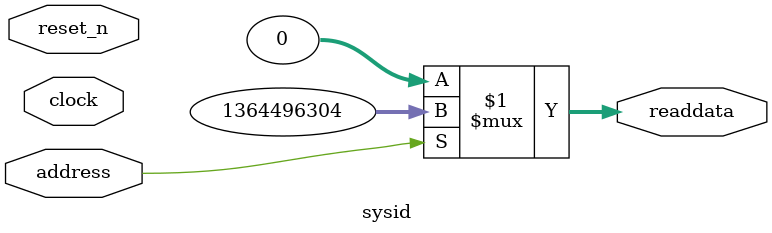
<source format=v>

`timescale 1ns / 1ps
// synthesis translate_on

// turn off superfluous verilog processor warnings 
// altera message_level Level1 
// altera message_off 10034 10035 10036 10037 10230 10240 10030 

module sysid (
               // inputs:
                address,
                clock,
                reset_n,

               // outputs:
                readdata
             )
;

  output  [ 31: 0] readdata;
  input            address;
  input            clock;
  input            reset_n;

  wire    [ 31: 0] readdata;
  //control_slave, which is an e_avalon_slave
  assign readdata = address ? 1364496304 : 0;

endmodule


</source>
